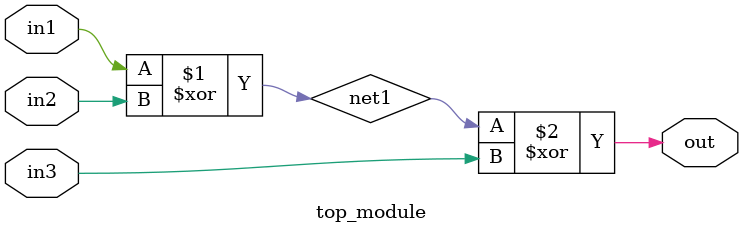
<source format=sv>
module top_module (
	input in1,
	input in2,
	input in3,
	output logic out
);

	// Two-input XNOR
	assign net1 = in1 ^ in2;

	// Two-input XOR
	assign out = net1 ^ in3;

endmodule

</source>
